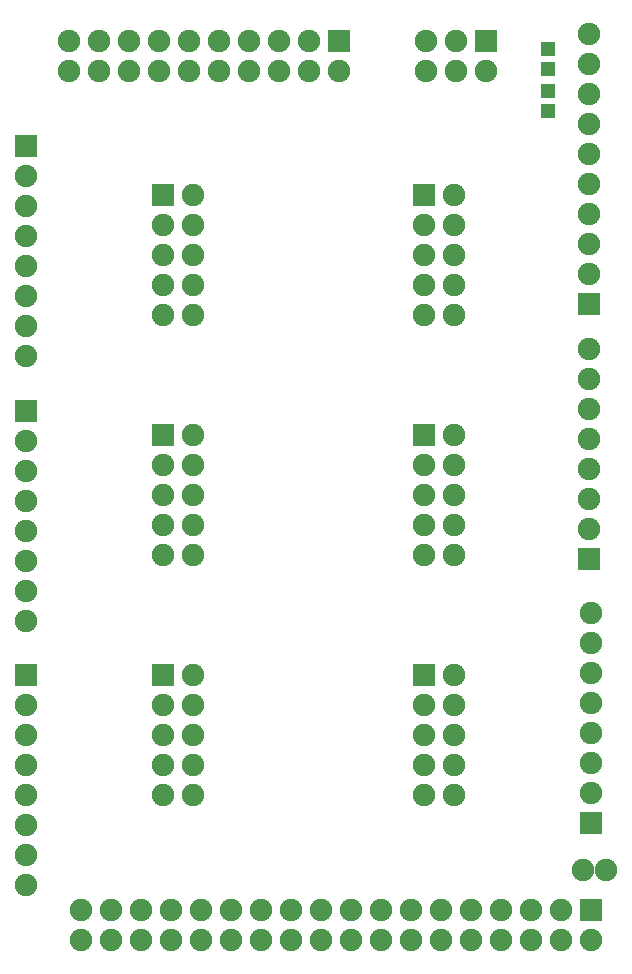
<source format=gts>
G04 DipTrace 3.0.0.1*
G04 arm_arduino_shield_lay_V9.GTS*
%MOIN*%
G04 #@! TF.FileFunction,Soldermask,Top*
G04 #@! TF.Part,Single*
%ADD28R,0.04737X0.051307*%
%ADD30C,0.074929*%
%ADD32R,0.074929X0.074929*%
%FSLAX26Y26*%
G04*
G70*
G90*
G75*
G01*
G04 TopMask*
%LPD*%
D32*
X500272Y2300450D3*
D30*
Y2200450D3*
Y2100450D3*
Y2000450D3*
Y1900450D3*
Y1800450D3*
Y1700450D3*
Y1600450D3*
D32*
X500269Y1419108D3*
D30*
Y1319108D3*
Y1219108D3*
Y1119108D3*
Y1019108D3*
Y919108D3*
Y819108D3*
Y719108D3*
D32*
X2381717Y925306D3*
D30*
Y1025306D3*
Y1125306D3*
Y1225306D3*
Y1325306D3*
Y1425306D3*
Y1525306D3*
Y1625306D3*
D32*
Y637776D3*
D30*
Y537776D3*
X2281717Y637776D3*
Y537776D3*
X2181717Y637776D3*
Y537776D3*
X2081717Y637776D3*
Y537776D3*
X1981717Y637776D3*
Y537776D3*
X1881717Y637776D3*
Y537776D3*
X1781717Y637776D3*
Y537776D3*
X1681717Y637776D3*
Y537776D3*
X1581717Y637776D3*
Y537776D3*
X1481717Y637776D3*
Y537776D3*
X1381717Y637776D3*
Y537776D3*
X1281717Y637776D3*
Y537776D3*
X1181717Y637776D3*
Y537776D3*
X1081717Y637776D3*
Y537776D3*
X981717Y637776D3*
Y537776D3*
X881717Y637776D3*
Y537776D3*
X781717Y637776D3*
Y537776D3*
X681717Y637776D3*
Y537776D3*
D32*
X956567Y3019276D3*
D30*
X1056567D3*
X956567Y2919276D3*
X1056567D3*
X956567Y2819276D3*
X1056567D3*
X956567Y2719276D3*
X1056567D3*
X956567Y2619276D3*
X1056567D3*
D32*
X1825408Y3019276D3*
D30*
X1925408D3*
X1825408Y2919276D3*
X1925408D3*
X1825408Y2819276D3*
X1925408D3*
X1825408Y2719276D3*
X1925408D3*
X1825408Y2619276D3*
X1925408D3*
D32*
X956500Y2219010D3*
D30*
X1056500D3*
X956500Y2119010D3*
X1056500D3*
X956500Y2019010D3*
X1056500D3*
X956500Y1919010D3*
X1056500D3*
X956500Y1819010D3*
X1056500D3*
D32*
X1825249Y2219010D3*
D30*
X1925249D3*
X1825249Y2119010D3*
X1925249D3*
X1825249Y2019010D3*
X1925249D3*
X1825249Y1919010D3*
X1925249D3*
X1825249Y1819010D3*
X1925249D3*
D32*
X956500Y1419004D3*
D30*
X1056500D3*
X956500Y1319004D3*
X1056500D3*
X956500Y1219004D3*
X1056500D3*
X956500Y1119004D3*
X1056500D3*
X956500Y1019004D3*
X1056500D3*
D32*
X1825249Y1419004D3*
D30*
X1925249D3*
X1825249Y1319004D3*
X1925249D3*
X1825249Y1219004D3*
X1925249D3*
X1825249Y1119004D3*
X1925249D3*
X1825249Y1019004D3*
X1925249D3*
D32*
X500269Y3181793D3*
D30*
Y3081793D3*
Y2981793D3*
Y2881793D3*
Y2781793D3*
Y2681793D3*
Y2581793D3*
Y2481793D3*
D32*
X2375466Y2656738D3*
D30*
Y2756738D3*
Y2856738D3*
Y2956738D3*
Y3056738D3*
Y3156738D3*
Y3256738D3*
Y3356738D3*
Y3456738D3*
Y3556738D3*
D32*
Y1806648D3*
D30*
Y1906648D3*
Y2006648D3*
Y2106648D3*
Y2206648D3*
Y2306648D3*
Y2406648D3*
Y2506648D3*
D28*
X2237951Y3438070D3*
Y3504999D3*
Y3300555D3*
Y3367484D3*
D32*
X1543963Y3531520D3*
D30*
Y3431520D3*
X1443963Y3531520D3*
Y3431520D3*
X1343963Y3531520D3*
Y3431520D3*
X1243963Y3531520D3*
Y3431520D3*
X1143963Y3531520D3*
Y3431520D3*
X1043963Y3531520D3*
Y3431520D3*
X943963Y3531520D3*
Y3431520D3*
X843963Y3531520D3*
Y3431520D3*
X743963Y3531520D3*
Y3431520D3*
X643963Y3531520D3*
Y3431520D3*
D32*
X2031680Y3531829D3*
D30*
Y3431829D3*
X1931680Y3531829D3*
Y3431829D3*
X1831680Y3531829D3*
Y3431829D3*
X2356714Y769039D3*
X2431722D3*
M02*

</source>
